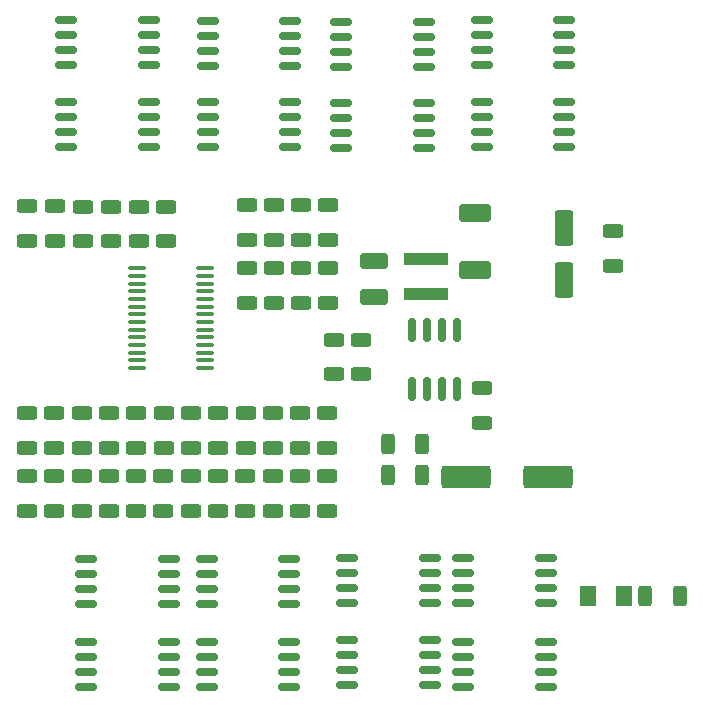
<source format=gtp>
G04 #@! TF.GenerationSoftware,KiCad,Pcbnew,8.0.5*
G04 #@! TF.CreationDate,2024-10-29T22:07:05+01:00*
G04 #@! TF.ProjectId,pwm_i2c,70776d5f-6932-4632-9e6b-696361645f70,rev?*
G04 #@! TF.SameCoordinates,Original*
G04 #@! TF.FileFunction,Paste,Top*
G04 #@! TF.FilePolarity,Positive*
%FSLAX46Y46*%
G04 Gerber Fmt 4.6, Leading zero omitted, Abs format (unit mm)*
G04 Created by KiCad (PCBNEW 8.0.5) date 2024-10-29 22:07:05*
%MOMM*%
%LPD*%
G01*
G04 APERTURE LIST*
G04 Aperture macros list*
%AMRoundRect*
0 Rectangle with rounded corners*
0 $1 Rounding radius*
0 $2 $3 $4 $5 $6 $7 $8 $9 X,Y pos of 4 corners*
0 Add a 4 corners polygon primitive as box body*
4,1,4,$2,$3,$4,$5,$6,$7,$8,$9,$2,$3,0*
0 Add four circle primitives for the rounded corners*
1,1,$1+$1,$2,$3*
1,1,$1+$1,$4,$5*
1,1,$1+$1,$6,$7*
1,1,$1+$1,$8,$9*
0 Add four rect primitives between the rounded corners*
20,1,$1+$1,$2,$3,$4,$5,0*
20,1,$1+$1,$4,$5,$6,$7,0*
20,1,$1+$1,$6,$7,$8,$9,0*
20,1,$1+$1,$8,$9,$2,$3,0*%
G04 Aperture macros list end*
%ADD10RoundRect,0.150000X-0.800000X-0.150000X0.800000X-0.150000X0.800000X0.150000X-0.800000X0.150000X0*%
%ADD11RoundRect,0.250000X-0.625000X0.312500X-0.625000X-0.312500X0.625000X-0.312500X0.625000X0.312500X0*%
%ADD12RoundRect,0.250000X1.100000X-0.500000X1.100000X0.500000X-1.100000X0.500000X-1.100000X-0.500000X0*%
%ADD13RoundRect,0.250000X0.625000X-0.312500X0.625000X0.312500X-0.625000X0.312500X-0.625000X-0.312500X0*%
%ADD14RoundRect,0.250000X0.312500X0.625000X-0.312500X0.625000X-0.312500X-0.625000X0.312500X-0.625000X0*%
%ADD15RoundRect,0.100000X-0.637500X-0.100000X0.637500X-0.100000X0.637500X0.100000X-0.637500X0.100000X0*%
%ADD16RoundRect,0.150000X0.800000X0.150000X-0.800000X0.150000X-0.800000X-0.150000X0.800000X-0.150000X0*%
%ADD17RoundRect,0.150000X-0.150000X0.825000X-0.150000X-0.825000X0.150000X-0.825000X0.150000X0.825000X0*%
%ADD18RoundRect,0.250000X-0.925000X0.412500X-0.925000X-0.412500X0.925000X-0.412500X0.925000X0.412500X0*%
%ADD19RoundRect,0.250000X0.550000X-1.250000X0.550000X1.250000X-0.550000X1.250000X-0.550000X-1.250000X0*%
%ADD20R,3.700000X1.100000*%
%ADD21RoundRect,0.250001X-0.462499X-0.624999X0.462499X-0.624999X0.462499X0.624999X-0.462499X0.624999X0*%
%ADD22RoundRect,0.250000X-1.825000X-0.700000X1.825000X-0.700000X1.825000X0.700000X-1.825000X0.700000X0*%
G04 APERTURE END LIST*
D10*
X73900000Y-37830000D03*
X73900000Y-39100000D03*
X73900000Y-40370000D03*
X73900000Y-41640000D03*
X80900000Y-41640000D03*
X80900000Y-40370000D03*
X80900000Y-39100000D03*
X80900000Y-37830000D03*
D11*
X65542855Y-71075000D03*
X65542855Y-74000000D03*
D10*
X97100000Y-37790000D03*
X97100000Y-39060000D03*
X97100000Y-40330000D03*
X97100000Y-41600000D03*
X104100000Y-41600000D03*
X104100000Y-40330000D03*
X104100000Y-39060000D03*
X104100000Y-37790000D03*
D11*
X67857140Y-71075000D03*
X67857140Y-74000000D03*
D10*
X73900000Y-44700000D03*
X73900000Y-45970000D03*
X73900000Y-47240000D03*
X73900000Y-48510000D03*
X80900000Y-48510000D03*
X80900000Y-47240000D03*
X80900000Y-45970000D03*
X80900000Y-44700000D03*
D11*
X77072720Y-76400000D03*
X77072720Y-79325000D03*
X79381810Y-76400000D03*
X79381810Y-79325000D03*
X86900000Y-64837500D03*
X86900000Y-67762500D03*
X60909090Y-76400000D03*
X60909090Y-79325000D03*
X60960000Y-53537500D03*
X60960000Y-56462500D03*
D12*
X96500000Y-58900000D03*
X96500000Y-54100000D03*
D11*
X70145450Y-76400000D03*
X70145450Y-79325000D03*
X63228570Y-71075000D03*
X63228570Y-74000000D03*
D10*
X85700000Y-90300000D03*
X85700000Y-91570000D03*
X85700000Y-92840000D03*
X85700000Y-94110000D03*
X92700000Y-94110000D03*
X92700000Y-92840000D03*
X92700000Y-91570000D03*
X92700000Y-90300000D03*
D11*
X67836360Y-76400000D03*
X67836360Y-79325000D03*
X81690900Y-76400000D03*
X81690900Y-79325000D03*
D13*
X77200000Y-56362500D03*
X77200000Y-53437500D03*
D11*
X81700000Y-71075000D03*
X81700000Y-74000000D03*
X63218180Y-76400000D03*
X63218180Y-79325000D03*
D14*
X92062500Y-73700000D03*
X89137500Y-73700000D03*
D15*
X67937500Y-58775000D03*
X67937500Y-59425000D03*
X67937500Y-60075000D03*
X67937500Y-60725000D03*
X67937500Y-61375000D03*
X67937500Y-62025000D03*
X67937500Y-62675000D03*
X67937500Y-63325000D03*
X67937500Y-63975000D03*
X67937500Y-64625000D03*
X67937500Y-65275000D03*
X67937500Y-65925000D03*
X67937500Y-66575000D03*
X67937500Y-67225000D03*
X73662500Y-67225000D03*
X73662500Y-66575000D03*
X73662500Y-65925000D03*
X73662500Y-65275000D03*
X73662500Y-64625000D03*
X73662500Y-63975000D03*
X73662500Y-63325000D03*
X73662500Y-62675000D03*
X73662500Y-62025000D03*
X73662500Y-61375000D03*
X73662500Y-60725000D03*
X73662500Y-60075000D03*
X73662500Y-59425000D03*
X73662500Y-58775000D03*
D11*
X65680000Y-53575000D03*
X65680000Y-56500000D03*
X68040000Y-53575000D03*
X68040000Y-56500000D03*
X72454540Y-76400000D03*
X72454540Y-79325000D03*
D13*
X81800000Y-61725000D03*
X81800000Y-58800000D03*
D11*
X58600000Y-71075000D03*
X58600000Y-74000000D03*
D16*
X102500000Y-87115000D03*
X102500000Y-85845000D03*
X102500000Y-84575000D03*
X102500000Y-83305000D03*
X95500000Y-83305000D03*
X95500000Y-84575000D03*
X95500000Y-85845000D03*
X95500000Y-87115000D03*
D10*
X97100000Y-44700000D03*
X97100000Y-45970000D03*
X97100000Y-47240000D03*
X97100000Y-48510000D03*
X104100000Y-48510000D03*
X104100000Y-47240000D03*
X104100000Y-45970000D03*
X104100000Y-44700000D03*
D17*
X95005000Y-64025000D03*
X93735000Y-64025000D03*
X92465000Y-64025000D03*
X91195000Y-64025000D03*
X91195000Y-68975000D03*
X92465000Y-68975000D03*
X93735000Y-68975000D03*
X95005000Y-68975000D03*
D11*
X63320000Y-53575000D03*
X63320000Y-56500000D03*
D13*
X77200000Y-61725000D03*
X77200000Y-58800000D03*
D11*
X72485710Y-71075000D03*
X72485710Y-74000000D03*
D13*
X108200000Y-58562500D03*
X108200000Y-55637500D03*
D11*
X74763630Y-76400000D03*
X74763630Y-79325000D03*
X84000000Y-76400000D03*
X84000000Y-79325000D03*
D16*
X80800000Y-94205000D03*
X80800000Y-92935000D03*
X80800000Y-91665000D03*
X80800000Y-90395000D03*
X73800000Y-90395000D03*
X73800000Y-91665000D03*
X73800000Y-92935000D03*
X73800000Y-94205000D03*
D18*
X88000000Y-58162500D03*
X88000000Y-61237500D03*
D19*
X104100000Y-59800000D03*
X104100000Y-55400000D03*
D13*
X81800000Y-56362500D03*
X81800000Y-53437500D03*
D16*
X80800000Y-87205000D03*
X80800000Y-85935000D03*
X80800000Y-84665000D03*
X80800000Y-83395000D03*
X73800000Y-83395000D03*
X73800000Y-84665000D03*
X73800000Y-85935000D03*
X73800000Y-87205000D03*
D11*
X60914285Y-71075000D03*
X60914285Y-74000000D03*
D20*
X92400000Y-61000000D03*
X92400000Y-58000000D03*
D11*
X74800000Y-71075000D03*
X74800000Y-74000000D03*
D13*
X84100000Y-56362500D03*
X84100000Y-53437500D03*
X84100000Y-61725000D03*
X84100000Y-58800000D03*
D16*
X92200000Y-48610000D03*
X92200000Y-47340000D03*
X92200000Y-46070000D03*
X92200000Y-44800000D03*
X85200000Y-44800000D03*
X85200000Y-46070000D03*
X85200000Y-47340000D03*
X85200000Y-48610000D03*
D13*
X79500000Y-56362500D03*
X79500000Y-53437500D03*
D10*
X63600000Y-90395000D03*
X63600000Y-91665000D03*
X63600000Y-92935000D03*
X63600000Y-94205000D03*
X70600000Y-94205000D03*
X70600000Y-92935000D03*
X70600000Y-91665000D03*
X70600000Y-90395000D03*
D11*
X84000000Y-71075000D03*
X84000000Y-74000000D03*
D16*
X102500000Y-94205000D03*
X102500000Y-92935000D03*
X102500000Y-91665000D03*
X102500000Y-90395000D03*
X95500000Y-90395000D03*
X95500000Y-91665000D03*
X95500000Y-92935000D03*
X95500000Y-94205000D03*
X92200000Y-41710000D03*
X92200000Y-40440000D03*
X92200000Y-39170000D03*
X92200000Y-37900000D03*
X85200000Y-37900000D03*
X85200000Y-39170000D03*
X85200000Y-40440000D03*
X85200000Y-41710000D03*
D11*
X58600000Y-53537500D03*
X58600000Y-56462500D03*
X79400000Y-71075000D03*
X79400000Y-74000000D03*
D21*
X106125000Y-86500000D03*
X109100000Y-86500000D03*
D11*
X58600000Y-76400000D03*
X58600000Y-79325000D03*
D16*
X68900000Y-48510000D03*
X68900000Y-47240000D03*
X68900000Y-45970000D03*
X68900000Y-44700000D03*
X61900000Y-44700000D03*
X61900000Y-45970000D03*
X61900000Y-47240000D03*
X61900000Y-48510000D03*
D11*
X70171425Y-71075000D03*
X70171425Y-74000000D03*
D10*
X63600000Y-83395000D03*
X63600000Y-84665000D03*
X63600000Y-85935000D03*
X63600000Y-87205000D03*
X70600000Y-87205000D03*
X70600000Y-85935000D03*
X70600000Y-84665000D03*
X70600000Y-83395000D03*
D16*
X68900000Y-41605000D03*
X68900000Y-40335000D03*
X68900000Y-39065000D03*
X68900000Y-37795000D03*
X61900000Y-37795000D03*
X61900000Y-39065000D03*
X61900000Y-40335000D03*
X61900000Y-41605000D03*
D11*
X84600000Y-64837500D03*
X84600000Y-67762500D03*
D13*
X97100000Y-71862500D03*
X97100000Y-68937500D03*
D22*
X95725000Y-76500000D03*
X102675000Y-76500000D03*
D11*
X77100000Y-71075000D03*
X77100000Y-74000000D03*
X65527270Y-76400000D03*
X65527270Y-79325000D03*
D14*
X113862500Y-86500000D03*
X110937500Y-86500000D03*
D10*
X85700000Y-83300000D03*
X85700000Y-84570000D03*
X85700000Y-85840000D03*
X85700000Y-87110000D03*
X92700000Y-87110000D03*
X92700000Y-85840000D03*
X92700000Y-84570000D03*
X92700000Y-83300000D03*
D14*
X92062500Y-76300000D03*
X89137500Y-76300000D03*
D13*
X79500000Y-61725000D03*
X79500000Y-58800000D03*
D11*
X70400000Y-53575000D03*
X70400000Y-56500000D03*
M02*

</source>
